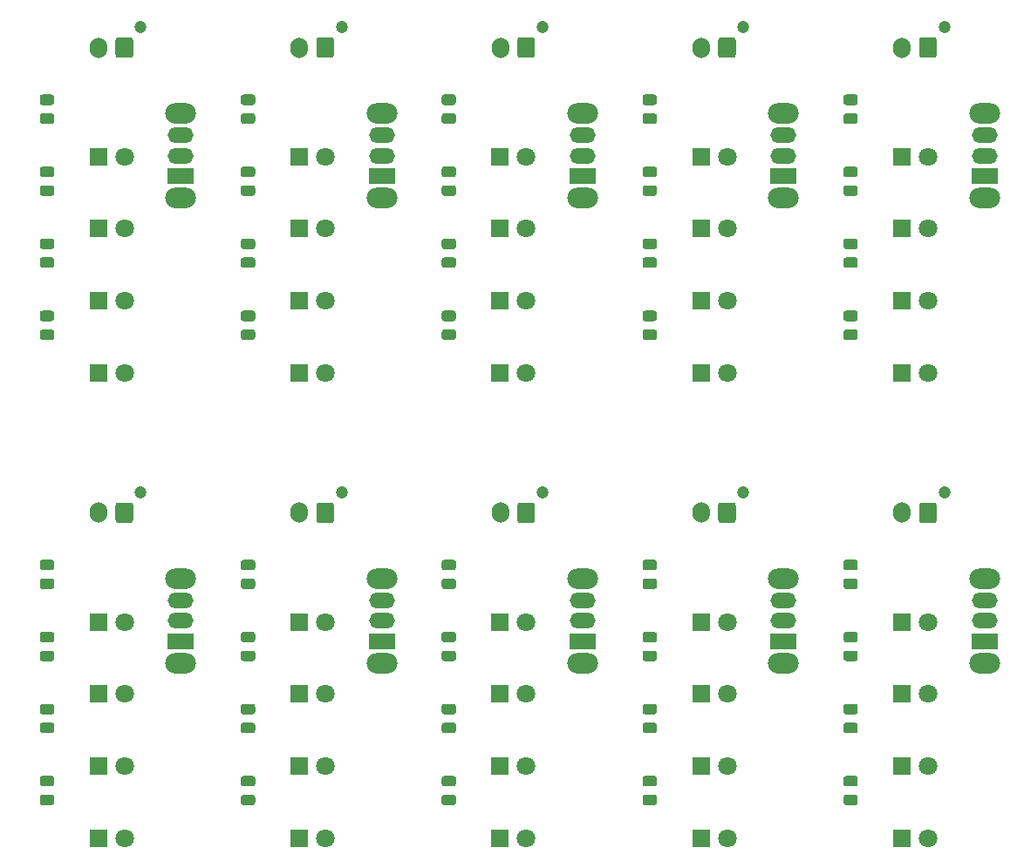
<source format=gbr>
%TF.GenerationSoftware,KiCad,Pcbnew,(5.1.9)-1*%
%TF.CreationDate,2022-04-08T02:00:15+08:00*%
%TF.ProjectId,LED_panelize,4c45445f-7061-46e6-956c-697a652e6b69,rev?*%
%TF.SameCoordinates,Original*%
%TF.FileFunction,Soldermask,Top*%
%TF.FilePolarity,Negative*%
%FSLAX46Y46*%
G04 Gerber Fmt 4.6, Leading zero omitted, Abs format (unit mm)*
G04 Created by KiCad (PCBNEW (5.1.9)-1) date 2022-04-08 02:00:15*
%MOMM*%
%LPD*%
G01*
G04 APERTURE LIST*
%ADD10R,1.800000X1.800000*%
%ADD11C,1.800000*%
%ADD12O,1.700000X2.000000*%
%ADD13C,1.200000*%
%ADD14R,2.500000X1.500000*%
%ADD15O,2.500000X1.500000*%
%ADD16O,3.000000X2.000000*%
G04 APERTURE END LIST*
D10*
%TO.C,D4*%
X174775000Y-135000000D03*
D11*
X177315000Y-135000000D03*
%TD*%
D10*
%TO.C,D4*%
X155275000Y-135000000D03*
D11*
X157815000Y-135000000D03*
%TD*%
D10*
%TO.C,D4*%
X135775000Y-135000000D03*
D11*
X138315000Y-135000000D03*
%TD*%
D10*
%TO.C,D4*%
X116275000Y-135000000D03*
D11*
X118815000Y-135000000D03*
%TD*%
D10*
%TO.C,D4*%
X96775000Y-135000000D03*
D11*
X99315000Y-135000000D03*
%TD*%
D10*
%TO.C,D4*%
X174775000Y-89800000D03*
D11*
X177315000Y-89800000D03*
%TD*%
D10*
%TO.C,D4*%
X155275000Y-89800000D03*
D11*
X157815000Y-89800000D03*
%TD*%
D10*
%TO.C,D4*%
X135775000Y-89800000D03*
D11*
X138315000Y-89800000D03*
%TD*%
D10*
%TO.C,D4*%
X116275000Y-89800000D03*
D11*
X118815000Y-89800000D03*
%TD*%
%TO.C,R3*%
G36*
G01*
X169349998Y-114962500D02*
X170250002Y-114962500D01*
G75*
G02*
X170500000Y-115212498I0J-249998D01*
G01*
X170500000Y-115737502D01*
G75*
G02*
X170250002Y-115987500I-249998J0D01*
G01*
X169349998Y-115987500D01*
G75*
G02*
X169100000Y-115737502I0J249998D01*
G01*
X169100000Y-115212498D01*
G75*
G02*
X169349998Y-114962500I249998J0D01*
G01*
G37*
G36*
G01*
X169349998Y-116787500D02*
X170250002Y-116787500D01*
G75*
G02*
X170500000Y-117037498I0J-249998D01*
G01*
X170500000Y-117562502D01*
G75*
G02*
X170250002Y-117812500I-249998J0D01*
G01*
X169349998Y-117812500D01*
G75*
G02*
X169100000Y-117562502I0J249998D01*
G01*
X169100000Y-117037498D01*
G75*
G02*
X169349998Y-116787500I249998J0D01*
G01*
G37*
%TD*%
%TO.C,R3*%
G36*
G01*
X149849998Y-114962500D02*
X150750002Y-114962500D01*
G75*
G02*
X151000000Y-115212498I0J-249998D01*
G01*
X151000000Y-115737502D01*
G75*
G02*
X150750002Y-115987500I-249998J0D01*
G01*
X149849998Y-115987500D01*
G75*
G02*
X149600000Y-115737502I0J249998D01*
G01*
X149600000Y-115212498D01*
G75*
G02*
X149849998Y-114962500I249998J0D01*
G01*
G37*
G36*
G01*
X149849998Y-116787500D02*
X150750002Y-116787500D01*
G75*
G02*
X151000000Y-117037498I0J-249998D01*
G01*
X151000000Y-117562502D01*
G75*
G02*
X150750002Y-117812500I-249998J0D01*
G01*
X149849998Y-117812500D01*
G75*
G02*
X149600000Y-117562502I0J249998D01*
G01*
X149600000Y-117037498D01*
G75*
G02*
X149849998Y-116787500I249998J0D01*
G01*
G37*
%TD*%
%TO.C,R3*%
G36*
G01*
X130349998Y-114962500D02*
X131250002Y-114962500D01*
G75*
G02*
X131500000Y-115212498I0J-249998D01*
G01*
X131500000Y-115737502D01*
G75*
G02*
X131250002Y-115987500I-249998J0D01*
G01*
X130349998Y-115987500D01*
G75*
G02*
X130100000Y-115737502I0J249998D01*
G01*
X130100000Y-115212498D01*
G75*
G02*
X130349998Y-114962500I249998J0D01*
G01*
G37*
G36*
G01*
X130349998Y-116787500D02*
X131250002Y-116787500D01*
G75*
G02*
X131500000Y-117037498I0J-249998D01*
G01*
X131500000Y-117562502D01*
G75*
G02*
X131250002Y-117812500I-249998J0D01*
G01*
X130349998Y-117812500D01*
G75*
G02*
X130100000Y-117562502I0J249998D01*
G01*
X130100000Y-117037498D01*
G75*
G02*
X130349998Y-116787500I249998J0D01*
G01*
G37*
%TD*%
%TO.C,R3*%
G36*
G01*
X110849998Y-114962500D02*
X111750002Y-114962500D01*
G75*
G02*
X112000000Y-115212498I0J-249998D01*
G01*
X112000000Y-115737502D01*
G75*
G02*
X111750002Y-115987500I-249998J0D01*
G01*
X110849998Y-115987500D01*
G75*
G02*
X110600000Y-115737502I0J249998D01*
G01*
X110600000Y-115212498D01*
G75*
G02*
X110849998Y-114962500I249998J0D01*
G01*
G37*
G36*
G01*
X110849998Y-116787500D02*
X111750002Y-116787500D01*
G75*
G02*
X112000000Y-117037498I0J-249998D01*
G01*
X112000000Y-117562502D01*
G75*
G02*
X111750002Y-117812500I-249998J0D01*
G01*
X110849998Y-117812500D01*
G75*
G02*
X110600000Y-117562502I0J249998D01*
G01*
X110600000Y-117037498D01*
G75*
G02*
X110849998Y-116787500I249998J0D01*
G01*
G37*
%TD*%
%TO.C,R3*%
G36*
G01*
X91349998Y-114962500D02*
X92250002Y-114962500D01*
G75*
G02*
X92500000Y-115212498I0J-249998D01*
G01*
X92500000Y-115737502D01*
G75*
G02*
X92250002Y-115987500I-249998J0D01*
G01*
X91349998Y-115987500D01*
G75*
G02*
X91100000Y-115737502I0J249998D01*
G01*
X91100000Y-115212498D01*
G75*
G02*
X91349998Y-114962500I249998J0D01*
G01*
G37*
G36*
G01*
X91349998Y-116787500D02*
X92250002Y-116787500D01*
G75*
G02*
X92500000Y-117037498I0J-249998D01*
G01*
X92500000Y-117562502D01*
G75*
G02*
X92250002Y-117812500I-249998J0D01*
G01*
X91349998Y-117812500D01*
G75*
G02*
X91100000Y-117562502I0J249998D01*
G01*
X91100000Y-117037498D01*
G75*
G02*
X91349998Y-116787500I249998J0D01*
G01*
G37*
%TD*%
%TO.C,R3*%
G36*
G01*
X169349998Y-69762500D02*
X170250002Y-69762500D01*
G75*
G02*
X170500000Y-70012498I0J-249998D01*
G01*
X170500000Y-70537502D01*
G75*
G02*
X170250002Y-70787500I-249998J0D01*
G01*
X169349998Y-70787500D01*
G75*
G02*
X169100000Y-70537502I0J249998D01*
G01*
X169100000Y-70012498D01*
G75*
G02*
X169349998Y-69762500I249998J0D01*
G01*
G37*
G36*
G01*
X169349998Y-71587500D02*
X170250002Y-71587500D01*
G75*
G02*
X170500000Y-71837498I0J-249998D01*
G01*
X170500000Y-72362502D01*
G75*
G02*
X170250002Y-72612500I-249998J0D01*
G01*
X169349998Y-72612500D01*
G75*
G02*
X169100000Y-72362502I0J249998D01*
G01*
X169100000Y-71837498D01*
G75*
G02*
X169349998Y-71587500I249998J0D01*
G01*
G37*
%TD*%
%TO.C,R3*%
G36*
G01*
X149849998Y-69762500D02*
X150750002Y-69762500D01*
G75*
G02*
X151000000Y-70012498I0J-249998D01*
G01*
X151000000Y-70537502D01*
G75*
G02*
X150750002Y-70787500I-249998J0D01*
G01*
X149849998Y-70787500D01*
G75*
G02*
X149600000Y-70537502I0J249998D01*
G01*
X149600000Y-70012498D01*
G75*
G02*
X149849998Y-69762500I249998J0D01*
G01*
G37*
G36*
G01*
X149849998Y-71587500D02*
X150750002Y-71587500D01*
G75*
G02*
X151000000Y-71837498I0J-249998D01*
G01*
X151000000Y-72362502D01*
G75*
G02*
X150750002Y-72612500I-249998J0D01*
G01*
X149849998Y-72612500D01*
G75*
G02*
X149600000Y-72362502I0J249998D01*
G01*
X149600000Y-71837498D01*
G75*
G02*
X149849998Y-71587500I249998J0D01*
G01*
G37*
%TD*%
%TO.C,R3*%
G36*
G01*
X130349998Y-69762500D02*
X131250002Y-69762500D01*
G75*
G02*
X131500000Y-70012498I0J-249998D01*
G01*
X131500000Y-70537502D01*
G75*
G02*
X131250002Y-70787500I-249998J0D01*
G01*
X130349998Y-70787500D01*
G75*
G02*
X130100000Y-70537502I0J249998D01*
G01*
X130100000Y-70012498D01*
G75*
G02*
X130349998Y-69762500I249998J0D01*
G01*
G37*
G36*
G01*
X130349998Y-71587500D02*
X131250002Y-71587500D01*
G75*
G02*
X131500000Y-71837498I0J-249998D01*
G01*
X131500000Y-72362502D01*
G75*
G02*
X131250002Y-72612500I-249998J0D01*
G01*
X130349998Y-72612500D01*
G75*
G02*
X130100000Y-72362502I0J249998D01*
G01*
X130100000Y-71837498D01*
G75*
G02*
X130349998Y-71587500I249998J0D01*
G01*
G37*
%TD*%
%TO.C,R3*%
G36*
G01*
X110849998Y-69762500D02*
X111750002Y-69762500D01*
G75*
G02*
X112000000Y-70012498I0J-249998D01*
G01*
X112000000Y-70537502D01*
G75*
G02*
X111750002Y-70787500I-249998J0D01*
G01*
X110849998Y-70787500D01*
G75*
G02*
X110600000Y-70537502I0J249998D01*
G01*
X110600000Y-70012498D01*
G75*
G02*
X110849998Y-69762500I249998J0D01*
G01*
G37*
G36*
G01*
X110849998Y-71587500D02*
X111750002Y-71587500D01*
G75*
G02*
X112000000Y-71837498I0J-249998D01*
G01*
X112000000Y-72362502D01*
G75*
G02*
X111750002Y-72612500I-249998J0D01*
G01*
X110849998Y-72612500D01*
G75*
G02*
X110600000Y-72362502I0J249998D01*
G01*
X110600000Y-71837498D01*
G75*
G02*
X110849998Y-71587500I249998J0D01*
G01*
G37*
%TD*%
%TO.C,R4*%
G36*
G01*
X169349999Y-128962500D02*
X170250001Y-128962500D01*
G75*
G02*
X170500000Y-129212499I0J-249999D01*
G01*
X170500000Y-129737501D01*
G75*
G02*
X170250001Y-129987500I-249999J0D01*
G01*
X169349999Y-129987500D01*
G75*
G02*
X169100000Y-129737501I0J249999D01*
G01*
X169100000Y-129212499D01*
G75*
G02*
X169349999Y-128962500I249999J0D01*
G01*
G37*
G36*
G01*
X169349999Y-130787500D02*
X170250001Y-130787500D01*
G75*
G02*
X170500000Y-131037499I0J-249999D01*
G01*
X170500000Y-131562501D01*
G75*
G02*
X170250001Y-131812500I-249999J0D01*
G01*
X169349999Y-131812500D01*
G75*
G02*
X169100000Y-131562501I0J249999D01*
G01*
X169100000Y-131037499D01*
G75*
G02*
X169349999Y-130787500I249999J0D01*
G01*
G37*
%TD*%
%TO.C,R4*%
G36*
G01*
X149849999Y-128962500D02*
X150750001Y-128962500D01*
G75*
G02*
X151000000Y-129212499I0J-249999D01*
G01*
X151000000Y-129737501D01*
G75*
G02*
X150750001Y-129987500I-249999J0D01*
G01*
X149849999Y-129987500D01*
G75*
G02*
X149600000Y-129737501I0J249999D01*
G01*
X149600000Y-129212499D01*
G75*
G02*
X149849999Y-128962500I249999J0D01*
G01*
G37*
G36*
G01*
X149849999Y-130787500D02*
X150750001Y-130787500D01*
G75*
G02*
X151000000Y-131037499I0J-249999D01*
G01*
X151000000Y-131562501D01*
G75*
G02*
X150750001Y-131812500I-249999J0D01*
G01*
X149849999Y-131812500D01*
G75*
G02*
X149600000Y-131562501I0J249999D01*
G01*
X149600000Y-131037499D01*
G75*
G02*
X149849999Y-130787500I249999J0D01*
G01*
G37*
%TD*%
%TO.C,R4*%
G36*
G01*
X130349999Y-128962500D02*
X131250001Y-128962500D01*
G75*
G02*
X131500000Y-129212499I0J-249999D01*
G01*
X131500000Y-129737501D01*
G75*
G02*
X131250001Y-129987500I-249999J0D01*
G01*
X130349999Y-129987500D01*
G75*
G02*
X130100000Y-129737501I0J249999D01*
G01*
X130100000Y-129212499D01*
G75*
G02*
X130349999Y-128962500I249999J0D01*
G01*
G37*
G36*
G01*
X130349999Y-130787500D02*
X131250001Y-130787500D01*
G75*
G02*
X131500000Y-131037499I0J-249999D01*
G01*
X131500000Y-131562501D01*
G75*
G02*
X131250001Y-131812500I-249999J0D01*
G01*
X130349999Y-131812500D01*
G75*
G02*
X130100000Y-131562501I0J249999D01*
G01*
X130100000Y-131037499D01*
G75*
G02*
X130349999Y-130787500I249999J0D01*
G01*
G37*
%TD*%
%TO.C,R4*%
G36*
G01*
X110849999Y-128962500D02*
X111750001Y-128962500D01*
G75*
G02*
X112000000Y-129212499I0J-249999D01*
G01*
X112000000Y-129737501D01*
G75*
G02*
X111750001Y-129987500I-249999J0D01*
G01*
X110849999Y-129987500D01*
G75*
G02*
X110600000Y-129737501I0J249999D01*
G01*
X110600000Y-129212499D01*
G75*
G02*
X110849999Y-128962500I249999J0D01*
G01*
G37*
G36*
G01*
X110849999Y-130787500D02*
X111750001Y-130787500D01*
G75*
G02*
X112000000Y-131037499I0J-249999D01*
G01*
X112000000Y-131562501D01*
G75*
G02*
X111750001Y-131812500I-249999J0D01*
G01*
X110849999Y-131812500D01*
G75*
G02*
X110600000Y-131562501I0J249999D01*
G01*
X110600000Y-131037499D01*
G75*
G02*
X110849999Y-130787500I249999J0D01*
G01*
G37*
%TD*%
%TO.C,R4*%
G36*
G01*
X91349999Y-128962500D02*
X92250001Y-128962500D01*
G75*
G02*
X92500000Y-129212499I0J-249999D01*
G01*
X92500000Y-129737501D01*
G75*
G02*
X92250001Y-129987500I-249999J0D01*
G01*
X91349999Y-129987500D01*
G75*
G02*
X91100000Y-129737501I0J249999D01*
G01*
X91100000Y-129212499D01*
G75*
G02*
X91349999Y-128962500I249999J0D01*
G01*
G37*
G36*
G01*
X91349999Y-130787500D02*
X92250001Y-130787500D01*
G75*
G02*
X92500000Y-131037499I0J-249999D01*
G01*
X92500000Y-131562501D01*
G75*
G02*
X92250001Y-131812500I-249999J0D01*
G01*
X91349999Y-131812500D01*
G75*
G02*
X91100000Y-131562501I0J249999D01*
G01*
X91100000Y-131037499D01*
G75*
G02*
X91349999Y-130787500I249999J0D01*
G01*
G37*
%TD*%
%TO.C,R4*%
G36*
G01*
X169349999Y-83762500D02*
X170250001Y-83762500D01*
G75*
G02*
X170500000Y-84012499I0J-249999D01*
G01*
X170500000Y-84537501D01*
G75*
G02*
X170250001Y-84787500I-249999J0D01*
G01*
X169349999Y-84787500D01*
G75*
G02*
X169100000Y-84537501I0J249999D01*
G01*
X169100000Y-84012499D01*
G75*
G02*
X169349999Y-83762500I249999J0D01*
G01*
G37*
G36*
G01*
X169349999Y-85587500D02*
X170250001Y-85587500D01*
G75*
G02*
X170500000Y-85837499I0J-249999D01*
G01*
X170500000Y-86362501D01*
G75*
G02*
X170250001Y-86612500I-249999J0D01*
G01*
X169349999Y-86612500D01*
G75*
G02*
X169100000Y-86362501I0J249999D01*
G01*
X169100000Y-85837499D01*
G75*
G02*
X169349999Y-85587500I249999J0D01*
G01*
G37*
%TD*%
%TO.C,R4*%
G36*
G01*
X149849999Y-83762500D02*
X150750001Y-83762500D01*
G75*
G02*
X151000000Y-84012499I0J-249999D01*
G01*
X151000000Y-84537501D01*
G75*
G02*
X150750001Y-84787500I-249999J0D01*
G01*
X149849999Y-84787500D01*
G75*
G02*
X149600000Y-84537501I0J249999D01*
G01*
X149600000Y-84012499D01*
G75*
G02*
X149849999Y-83762500I249999J0D01*
G01*
G37*
G36*
G01*
X149849999Y-85587500D02*
X150750001Y-85587500D01*
G75*
G02*
X151000000Y-85837499I0J-249999D01*
G01*
X151000000Y-86362501D01*
G75*
G02*
X150750001Y-86612500I-249999J0D01*
G01*
X149849999Y-86612500D01*
G75*
G02*
X149600000Y-86362501I0J249999D01*
G01*
X149600000Y-85837499D01*
G75*
G02*
X149849999Y-85587500I249999J0D01*
G01*
G37*
%TD*%
%TO.C,R4*%
G36*
G01*
X130349999Y-83762500D02*
X131250001Y-83762500D01*
G75*
G02*
X131500000Y-84012499I0J-249999D01*
G01*
X131500000Y-84537501D01*
G75*
G02*
X131250001Y-84787500I-249999J0D01*
G01*
X130349999Y-84787500D01*
G75*
G02*
X130100000Y-84537501I0J249999D01*
G01*
X130100000Y-84012499D01*
G75*
G02*
X130349999Y-83762500I249999J0D01*
G01*
G37*
G36*
G01*
X130349999Y-85587500D02*
X131250001Y-85587500D01*
G75*
G02*
X131500000Y-85837499I0J-249999D01*
G01*
X131500000Y-86362501D01*
G75*
G02*
X131250001Y-86612500I-249999J0D01*
G01*
X130349999Y-86612500D01*
G75*
G02*
X130100000Y-86362501I0J249999D01*
G01*
X130100000Y-85837499D01*
G75*
G02*
X130349999Y-85587500I249999J0D01*
G01*
G37*
%TD*%
%TO.C,R4*%
G36*
G01*
X110849999Y-83762500D02*
X111750001Y-83762500D01*
G75*
G02*
X112000000Y-84012499I0J-249999D01*
G01*
X112000000Y-84537501D01*
G75*
G02*
X111750001Y-84787500I-249999J0D01*
G01*
X110849999Y-84787500D01*
G75*
G02*
X110600000Y-84537501I0J249999D01*
G01*
X110600000Y-84012499D01*
G75*
G02*
X110849999Y-83762500I249999J0D01*
G01*
G37*
G36*
G01*
X110849999Y-85587500D02*
X111750001Y-85587500D01*
G75*
G02*
X112000000Y-85837499I0J-249999D01*
G01*
X112000000Y-86362501D01*
G75*
G02*
X111750001Y-86612500I-249999J0D01*
G01*
X110849999Y-86612500D01*
G75*
G02*
X110600000Y-86362501I0J249999D01*
G01*
X110600000Y-85837499D01*
G75*
G02*
X110849999Y-85587500I249999J0D01*
G01*
G37*
%TD*%
D10*
%TO.C,D2*%
X174775000Y-128000000D03*
D11*
X177315000Y-128000000D03*
%TD*%
D10*
%TO.C,D2*%
X155275000Y-128000000D03*
D11*
X157815000Y-128000000D03*
%TD*%
D10*
%TO.C,D2*%
X135775000Y-128000000D03*
D11*
X138315000Y-128000000D03*
%TD*%
D10*
%TO.C,D2*%
X116275000Y-128000000D03*
D11*
X118815000Y-128000000D03*
%TD*%
D10*
%TO.C,D2*%
X96775000Y-128000000D03*
D11*
X99315000Y-128000000D03*
%TD*%
D10*
%TO.C,D2*%
X174775000Y-82800000D03*
D11*
X177315000Y-82800000D03*
%TD*%
D10*
%TO.C,D2*%
X155275000Y-82800000D03*
D11*
X157815000Y-82800000D03*
%TD*%
D10*
%TO.C,D2*%
X135775000Y-82800000D03*
D11*
X138315000Y-82800000D03*
%TD*%
D10*
%TO.C,D2*%
X116275000Y-82800000D03*
D11*
X118815000Y-82800000D03*
%TD*%
D10*
%TO.C,D1*%
X174775000Y-114000000D03*
D11*
X177315000Y-114000000D03*
%TD*%
D10*
%TO.C,D1*%
X155275000Y-114000000D03*
D11*
X157815000Y-114000000D03*
%TD*%
D10*
%TO.C,D1*%
X135775000Y-114000000D03*
D11*
X138315000Y-114000000D03*
%TD*%
D10*
%TO.C,D1*%
X116275000Y-114000000D03*
D11*
X118815000Y-114000000D03*
%TD*%
D10*
%TO.C,D1*%
X96775000Y-114000000D03*
D11*
X99315000Y-114000000D03*
%TD*%
D10*
%TO.C,D1*%
X174775000Y-68800000D03*
D11*
X177315000Y-68800000D03*
%TD*%
D10*
%TO.C,D1*%
X155275000Y-68800000D03*
D11*
X157815000Y-68800000D03*
%TD*%
D10*
%TO.C,D1*%
X135775000Y-68800000D03*
D11*
X138315000Y-68800000D03*
%TD*%
D10*
%TO.C,D1*%
X116275000Y-68800000D03*
D11*
X118815000Y-68800000D03*
%TD*%
%TO.C,R2*%
G36*
G01*
X169349998Y-121962500D02*
X170250002Y-121962500D01*
G75*
G02*
X170500000Y-122212498I0J-249998D01*
G01*
X170500000Y-122737502D01*
G75*
G02*
X170250002Y-122987500I-249998J0D01*
G01*
X169349998Y-122987500D01*
G75*
G02*
X169100000Y-122737502I0J249998D01*
G01*
X169100000Y-122212498D01*
G75*
G02*
X169349998Y-121962500I249998J0D01*
G01*
G37*
G36*
G01*
X169349998Y-123787500D02*
X170250002Y-123787500D01*
G75*
G02*
X170500000Y-124037498I0J-249998D01*
G01*
X170500000Y-124562502D01*
G75*
G02*
X170250002Y-124812500I-249998J0D01*
G01*
X169349998Y-124812500D01*
G75*
G02*
X169100000Y-124562502I0J249998D01*
G01*
X169100000Y-124037498D01*
G75*
G02*
X169349998Y-123787500I249998J0D01*
G01*
G37*
%TD*%
%TO.C,R2*%
G36*
G01*
X149849998Y-121962500D02*
X150750002Y-121962500D01*
G75*
G02*
X151000000Y-122212498I0J-249998D01*
G01*
X151000000Y-122737502D01*
G75*
G02*
X150750002Y-122987500I-249998J0D01*
G01*
X149849998Y-122987500D01*
G75*
G02*
X149600000Y-122737502I0J249998D01*
G01*
X149600000Y-122212498D01*
G75*
G02*
X149849998Y-121962500I249998J0D01*
G01*
G37*
G36*
G01*
X149849998Y-123787500D02*
X150750002Y-123787500D01*
G75*
G02*
X151000000Y-124037498I0J-249998D01*
G01*
X151000000Y-124562502D01*
G75*
G02*
X150750002Y-124812500I-249998J0D01*
G01*
X149849998Y-124812500D01*
G75*
G02*
X149600000Y-124562502I0J249998D01*
G01*
X149600000Y-124037498D01*
G75*
G02*
X149849998Y-123787500I249998J0D01*
G01*
G37*
%TD*%
%TO.C,R2*%
G36*
G01*
X130349998Y-121962500D02*
X131250002Y-121962500D01*
G75*
G02*
X131500000Y-122212498I0J-249998D01*
G01*
X131500000Y-122737502D01*
G75*
G02*
X131250002Y-122987500I-249998J0D01*
G01*
X130349998Y-122987500D01*
G75*
G02*
X130100000Y-122737502I0J249998D01*
G01*
X130100000Y-122212498D01*
G75*
G02*
X130349998Y-121962500I249998J0D01*
G01*
G37*
G36*
G01*
X130349998Y-123787500D02*
X131250002Y-123787500D01*
G75*
G02*
X131500000Y-124037498I0J-249998D01*
G01*
X131500000Y-124562502D01*
G75*
G02*
X131250002Y-124812500I-249998J0D01*
G01*
X130349998Y-124812500D01*
G75*
G02*
X130100000Y-124562502I0J249998D01*
G01*
X130100000Y-124037498D01*
G75*
G02*
X130349998Y-123787500I249998J0D01*
G01*
G37*
%TD*%
%TO.C,R2*%
G36*
G01*
X110849998Y-121962500D02*
X111750002Y-121962500D01*
G75*
G02*
X112000000Y-122212498I0J-249998D01*
G01*
X112000000Y-122737502D01*
G75*
G02*
X111750002Y-122987500I-249998J0D01*
G01*
X110849998Y-122987500D01*
G75*
G02*
X110600000Y-122737502I0J249998D01*
G01*
X110600000Y-122212498D01*
G75*
G02*
X110849998Y-121962500I249998J0D01*
G01*
G37*
G36*
G01*
X110849998Y-123787500D02*
X111750002Y-123787500D01*
G75*
G02*
X112000000Y-124037498I0J-249998D01*
G01*
X112000000Y-124562502D01*
G75*
G02*
X111750002Y-124812500I-249998J0D01*
G01*
X110849998Y-124812500D01*
G75*
G02*
X110600000Y-124562502I0J249998D01*
G01*
X110600000Y-124037498D01*
G75*
G02*
X110849998Y-123787500I249998J0D01*
G01*
G37*
%TD*%
%TO.C,R2*%
G36*
G01*
X91349998Y-121962500D02*
X92250002Y-121962500D01*
G75*
G02*
X92500000Y-122212498I0J-249998D01*
G01*
X92500000Y-122737502D01*
G75*
G02*
X92250002Y-122987500I-249998J0D01*
G01*
X91349998Y-122987500D01*
G75*
G02*
X91100000Y-122737502I0J249998D01*
G01*
X91100000Y-122212498D01*
G75*
G02*
X91349998Y-121962500I249998J0D01*
G01*
G37*
G36*
G01*
X91349998Y-123787500D02*
X92250002Y-123787500D01*
G75*
G02*
X92500000Y-124037498I0J-249998D01*
G01*
X92500000Y-124562502D01*
G75*
G02*
X92250002Y-124812500I-249998J0D01*
G01*
X91349998Y-124812500D01*
G75*
G02*
X91100000Y-124562502I0J249998D01*
G01*
X91100000Y-124037498D01*
G75*
G02*
X91349998Y-123787500I249998J0D01*
G01*
G37*
%TD*%
%TO.C,R2*%
G36*
G01*
X169349998Y-76762500D02*
X170250002Y-76762500D01*
G75*
G02*
X170500000Y-77012498I0J-249998D01*
G01*
X170500000Y-77537502D01*
G75*
G02*
X170250002Y-77787500I-249998J0D01*
G01*
X169349998Y-77787500D01*
G75*
G02*
X169100000Y-77537502I0J249998D01*
G01*
X169100000Y-77012498D01*
G75*
G02*
X169349998Y-76762500I249998J0D01*
G01*
G37*
G36*
G01*
X169349998Y-78587500D02*
X170250002Y-78587500D01*
G75*
G02*
X170500000Y-78837498I0J-249998D01*
G01*
X170500000Y-79362502D01*
G75*
G02*
X170250002Y-79612500I-249998J0D01*
G01*
X169349998Y-79612500D01*
G75*
G02*
X169100000Y-79362502I0J249998D01*
G01*
X169100000Y-78837498D01*
G75*
G02*
X169349998Y-78587500I249998J0D01*
G01*
G37*
%TD*%
%TO.C,R2*%
G36*
G01*
X149849998Y-76762500D02*
X150750002Y-76762500D01*
G75*
G02*
X151000000Y-77012498I0J-249998D01*
G01*
X151000000Y-77537502D01*
G75*
G02*
X150750002Y-77787500I-249998J0D01*
G01*
X149849998Y-77787500D01*
G75*
G02*
X149600000Y-77537502I0J249998D01*
G01*
X149600000Y-77012498D01*
G75*
G02*
X149849998Y-76762500I249998J0D01*
G01*
G37*
G36*
G01*
X149849998Y-78587500D02*
X150750002Y-78587500D01*
G75*
G02*
X151000000Y-78837498I0J-249998D01*
G01*
X151000000Y-79362502D01*
G75*
G02*
X150750002Y-79612500I-249998J0D01*
G01*
X149849998Y-79612500D01*
G75*
G02*
X149600000Y-79362502I0J249998D01*
G01*
X149600000Y-78837498D01*
G75*
G02*
X149849998Y-78587500I249998J0D01*
G01*
G37*
%TD*%
%TO.C,R2*%
G36*
G01*
X130349998Y-76762500D02*
X131250002Y-76762500D01*
G75*
G02*
X131500000Y-77012498I0J-249998D01*
G01*
X131500000Y-77537502D01*
G75*
G02*
X131250002Y-77787500I-249998J0D01*
G01*
X130349998Y-77787500D01*
G75*
G02*
X130100000Y-77537502I0J249998D01*
G01*
X130100000Y-77012498D01*
G75*
G02*
X130349998Y-76762500I249998J0D01*
G01*
G37*
G36*
G01*
X130349998Y-78587500D02*
X131250002Y-78587500D01*
G75*
G02*
X131500000Y-78837498I0J-249998D01*
G01*
X131500000Y-79362502D01*
G75*
G02*
X131250002Y-79612500I-249998J0D01*
G01*
X130349998Y-79612500D01*
G75*
G02*
X130100000Y-79362502I0J249998D01*
G01*
X130100000Y-78837498D01*
G75*
G02*
X130349998Y-78587500I249998J0D01*
G01*
G37*
%TD*%
%TO.C,R2*%
G36*
G01*
X110849998Y-76762500D02*
X111750002Y-76762500D01*
G75*
G02*
X112000000Y-77012498I0J-249998D01*
G01*
X112000000Y-77537502D01*
G75*
G02*
X111750002Y-77787500I-249998J0D01*
G01*
X110849998Y-77787500D01*
G75*
G02*
X110600000Y-77537502I0J249998D01*
G01*
X110600000Y-77012498D01*
G75*
G02*
X110849998Y-76762500I249998J0D01*
G01*
G37*
G36*
G01*
X110849998Y-78587500D02*
X111750002Y-78587500D01*
G75*
G02*
X112000000Y-78837498I0J-249998D01*
G01*
X112000000Y-79362502D01*
G75*
G02*
X111750002Y-79612500I-249998J0D01*
G01*
X110849998Y-79612500D01*
G75*
G02*
X110600000Y-79362502I0J249998D01*
G01*
X110600000Y-78837498D01*
G75*
G02*
X110849998Y-78587500I249998J0D01*
G01*
G37*
%TD*%
D10*
%TO.C,D3*%
X174775000Y-121000000D03*
D11*
X177315000Y-121000000D03*
%TD*%
D10*
%TO.C,D3*%
X155275000Y-121000000D03*
D11*
X157815000Y-121000000D03*
%TD*%
D10*
%TO.C,D3*%
X135775000Y-121000000D03*
D11*
X138315000Y-121000000D03*
%TD*%
D10*
%TO.C,D3*%
X116275000Y-121000000D03*
D11*
X118815000Y-121000000D03*
%TD*%
D10*
%TO.C,D3*%
X96775000Y-121000000D03*
D11*
X99315000Y-121000000D03*
%TD*%
D10*
%TO.C,D3*%
X174775000Y-75800000D03*
D11*
X177315000Y-75800000D03*
%TD*%
D10*
%TO.C,D3*%
X155275000Y-75800000D03*
D11*
X157815000Y-75800000D03*
%TD*%
D10*
%TO.C,D3*%
X135775000Y-75800000D03*
D11*
X138315000Y-75800000D03*
%TD*%
D10*
%TO.C,D3*%
X116275000Y-75800000D03*
D11*
X118815000Y-75800000D03*
%TD*%
%TO.C,J1*%
G36*
G01*
X178150000Y-102650000D02*
X178150000Y-104150000D01*
G75*
G02*
X177900000Y-104400000I-250000J0D01*
G01*
X176700000Y-104400000D01*
G75*
G02*
X176450000Y-104150000I0J250000D01*
G01*
X176450000Y-102650000D01*
G75*
G02*
X176700000Y-102400000I250000J0D01*
G01*
X177900000Y-102400000D01*
G75*
G02*
X178150000Y-102650000I0J-250000D01*
G01*
G37*
D12*
X174800000Y-103400000D03*
D13*
X178900000Y-101400000D03*
%TD*%
%TO.C,J1*%
G36*
G01*
X158650000Y-102650000D02*
X158650000Y-104150000D01*
G75*
G02*
X158400000Y-104400000I-250000J0D01*
G01*
X157200000Y-104400000D01*
G75*
G02*
X156950000Y-104150000I0J250000D01*
G01*
X156950000Y-102650000D01*
G75*
G02*
X157200000Y-102400000I250000J0D01*
G01*
X158400000Y-102400000D01*
G75*
G02*
X158650000Y-102650000I0J-250000D01*
G01*
G37*
D12*
X155300000Y-103400000D03*
D13*
X159400000Y-101400000D03*
%TD*%
%TO.C,J1*%
G36*
G01*
X139150000Y-102650000D02*
X139150000Y-104150000D01*
G75*
G02*
X138900000Y-104400000I-250000J0D01*
G01*
X137700000Y-104400000D01*
G75*
G02*
X137450000Y-104150000I0J250000D01*
G01*
X137450000Y-102650000D01*
G75*
G02*
X137700000Y-102400000I250000J0D01*
G01*
X138900000Y-102400000D01*
G75*
G02*
X139150000Y-102650000I0J-250000D01*
G01*
G37*
D12*
X135800000Y-103400000D03*
D13*
X139900000Y-101400000D03*
%TD*%
%TO.C,J1*%
G36*
G01*
X119650000Y-102650000D02*
X119650000Y-104150000D01*
G75*
G02*
X119400000Y-104400000I-250000J0D01*
G01*
X118200000Y-104400000D01*
G75*
G02*
X117950000Y-104150000I0J250000D01*
G01*
X117950000Y-102650000D01*
G75*
G02*
X118200000Y-102400000I250000J0D01*
G01*
X119400000Y-102400000D01*
G75*
G02*
X119650000Y-102650000I0J-250000D01*
G01*
G37*
D12*
X116300000Y-103400000D03*
D13*
X120400000Y-101400000D03*
%TD*%
%TO.C,J1*%
G36*
G01*
X100150000Y-102650000D02*
X100150000Y-104150000D01*
G75*
G02*
X99900000Y-104400000I-250000J0D01*
G01*
X98700000Y-104400000D01*
G75*
G02*
X98450000Y-104150000I0J250000D01*
G01*
X98450000Y-102650000D01*
G75*
G02*
X98700000Y-102400000I250000J0D01*
G01*
X99900000Y-102400000D01*
G75*
G02*
X100150000Y-102650000I0J-250000D01*
G01*
G37*
D12*
X96800000Y-103400000D03*
D13*
X100900000Y-101400000D03*
%TD*%
%TO.C,J1*%
G36*
G01*
X178150000Y-57450000D02*
X178150000Y-58950000D01*
G75*
G02*
X177900000Y-59200000I-250000J0D01*
G01*
X176700000Y-59200000D01*
G75*
G02*
X176450000Y-58950000I0J250000D01*
G01*
X176450000Y-57450000D01*
G75*
G02*
X176700000Y-57200000I250000J0D01*
G01*
X177900000Y-57200000D01*
G75*
G02*
X178150000Y-57450000I0J-250000D01*
G01*
G37*
D12*
X174800000Y-58200000D03*
D13*
X178900000Y-56200000D03*
%TD*%
%TO.C,J1*%
G36*
G01*
X158650000Y-57450000D02*
X158650000Y-58950000D01*
G75*
G02*
X158400000Y-59200000I-250000J0D01*
G01*
X157200000Y-59200000D01*
G75*
G02*
X156950000Y-58950000I0J250000D01*
G01*
X156950000Y-57450000D01*
G75*
G02*
X157200000Y-57200000I250000J0D01*
G01*
X158400000Y-57200000D01*
G75*
G02*
X158650000Y-57450000I0J-250000D01*
G01*
G37*
D12*
X155300000Y-58200000D03*
D13*
X159400000Y-56200000D03*
%TD*%
%TO.C,J1*%
G36*
G01*
X139150000Y-57450000D02*
X139150000Y-58950000D01*
G75*
G02*
X138900000Y-59200000I-250000J0D01*
G01*
X137700000Y-59200000D01*
G75*
G02*
X137450000Y-58950000I0J250000D01*
G01*
X137450000Y-57450000D01*
G75*
G02*
X137700000Y-57200000I250000J0D01*
G01*
X138900000Y-57200000D01*
G75*
G02*
X139150000Y-57450000I0J-250000D01*
G01*
G37*
D12*
X135800000Y-58200000D03*
D13*
X139900000Y-56200000D03*
%TD*%
%TO.C,J1*%
G36*
G01*
X119650000Y-57450000D02*
X119650000Y-58950000D01*
G75*
G02*
X119400000Y-59200000I-250000J0D01*
G01*
X118200000Y-59200000D01*
G75*
G02*
X117950000Y-58950000I0J250000D01*
G01*
X117950000Y-57450000D01*
G75*
G02*
X118200000Y-57200000I250000J0D01*
G01*
X119400000Y-57200000D01*
G75*
G02*
X119650000Y-57450000I0J-250000D01*
G01*
G37*
D12*
X116300000Y-58200000D03*
D13*
X120400000Y-56200000D03*
%TD*%
D14*
%TO.C,SW1*%
X182800000Y-115900000D03*
D15*
X182800000Y-113900000D03*
X182800000Y-111900000D03*
D16*
X182800000Y-118000000D03*
X182800000Y-109800000D03*
%TD*%
D14*
%TO.C,SW1*%
X163300000Y-115900000D03*
D15*
X163300000Y-113900000D03*
X163300000Y-111900000D03*
D16*
X163300000Y-118000000D03*
X163300000Y-109800000D03*
%TD*%
D14*
%TO.C,SW1*%
X143800000Y-115900000D03*
D15*
X143800000Y-113900000D03*
X143800000Y-111900000D03*
D16*
X143800000Y-118000000D03*
X143800000Y-109800000D03*
%TD*%
D14*
%TO.C,SW1*%
X124300000Y-115900000D03*
D15*
X124300000Y-113900000D03*
X124300000Y-111900000D03*
D16*
X124300000Y-118000000D03*
X124300000Y-109800000D03*
%TD*%
D14*
%TO.C,SW1*%
X104800000Y-115900000D03*
D15*
X104800000Y-113900000D03*
X104800000Y-111900000D03*
D16*
X104800000Y-118000000D03*
X104800000Y-109800000D03*
%TD*%
D14*
%TO.C,SW1*%
X182800000Y-70700000D03*
D15*
X182800000Y-68700000D03*
X182800000Y-66700000D03*
D16*
X182800000Y-72800000D03*
X182800000Y-64600000D03*
%TD*%
D14*
%TO.C,SW1*%
X163300000Y-70700000D03*
D15*
X163300000Y-68700000D03*
X163300000Y-66700000D03*
D16*
X163300000Y-72800000D03*
X163300000Y-64600000D03*
%TD*%
D14*
%TO.C,SW1*%
X143800000Y-70700000D03*
D15*
X143800000Y-68700000D03*
X143800000Y-66700000D03*
D16*
X143800000Y-72800000D03*
X143800000Y-64600000D03*
%TD*%
D14*
%TO.C,SW1*%
X124300000Y-70700000D03*
D15*
X124300000Y-68700000D03*
X124300000Y-66700000D03*
D16*
X124300000Y-72800000D03*
X124300000Y-64600000D03*
%TD*%
%TO.C,R1*%
G36*
G01*
X169349998Y-107962500D02*
X170250002Y-107962500D01*
G75*
G02*
X170500000Y-108212498I0J-249998D01*
G01*
X170500000Y-108737502D01*
G75*
G02*
X170250002Y-108987500I-249998J0D01*
G01*
X169349998Y-108987500D01*
G75*
G02*
X169100000Y-108737502I0J249998D01*
G01*
X169100000Y-108212498D01*
G75*
G02*
X169349998Y-107962500I249998J0D01*
G01*
G37*
G36*
G01*
X169349998Y-109787500D02*
X170250002Y-109787500D01*
G75*
G02*
X170500000Y-110037498I0J-249998D01*
G01*
X170500000Y-110562502D01*
G75*
G02*
X170250002Y-110812500I-249998J0D01*
G01*
X169349998Y-110812500D01*
G75*
G02*
X169100000Y-110562502I0J249998D01*
G01*
X169100000Y-110037498D01*
G75*
G02*
X169349998Y-109787500I249998J0D01*
G01*
G37*
%TD*%
%TO.C,R1*%
G36*
G01*
X149849998Y-107962500D02*
X150750002Y-107962500D01*
G75*
G02*
X151000000Y-108212498I0J-249998D01*
G01*
X151000000Y-108737502D01*
G75*
G02*
X150750002Y-108987500I-249998J0D01*
G01*
X149849998Y-108987500D01*
G75*
G02*
X149600000Y-108737502I0J249998D01*
G01*
X149600000Y-108212498D01*
G75*
G02*
X149849998Y-107962500I249998J0D01*
G01*
G37*
G36*
G01*
X149849998Y-109787500D02*
X150750002Y-109787500D01*
G75*
G02*
X151000000Y-110037498I0J-249998D01*
G01*
X151000000Y-110562502D01*
G75*
G02*
X150750002Y-110812500I-249998J0D01*
G01*
X149849998Y-110812500D01*
G75*
G02*
X149600000Y-110562502I0J249998D01*
G01*
X149600000Y-110037498D01*
G75*
G02*
X149849998Y-109787500I249998J0D01*
G01*
G37*
%TD*%
%TO.C,R1*%
G36*
G01*
X130349998Y-107962500D02*
X131250002Y-107962500D01*
G75*
G02*
X131500000Y-108212498I0J-249998D01*
G01*
X131500000Y-108737502D01*
G75*
G02*
X131250002Y-108987500I-249998J0D01*
G01*
X130349998Y-108987500D01*
G75*
G02*
X130100000Y-108737502I0J249998D01*
G01*
X130100000Y-108212498D01*
G75*
G02*
X130349998Y-107962500I249998J0D01*
G01*
G37*
G36*
G01*
X130349998Y-109787500D02*
X131250002Y-109787500D01*
G75*
G02*
X131500000Y-110037498I0J-249998D01*
G01*
X131500000Y-110562502D01*
G75*
G02*
X131250002Y-110812500I-249998J0D01*
G01*
X130349998Y-110812500D01*
G75*
G02*
X130100000Y-110562502I0J249998D01*
G01*
X130100000Y-110037498D01*
G75*
G02*
X130349998Y-109787500I249998J0D01*
G01*
G37*
%TD*%
%TO.C,R1*%
G36*
G01*
X110849998Y-107962500D02*
X111750002Y-107962500D01*
G75*
G02*
X112000000Y-108212498I0J-249998D01*
G01*
X112000000Y-108737502D01*
G75*
G02*
X111750002Y-108987500I-249998J0D01*
G01*
X110849998Y-108987500D01*
G75*
G02*
X110600000Y-108737502I0J249998D01*
G01*
X110600000Y-108212498D01*
G75*
G02*
X110849998Y-107962500I249998J0D01*
G01*
G37*
G36*
G01*
X110849998Y-109787500D02*
X111750002Y-109787500D01*
G75*
G02*
X112000000Y-110037498I0J-249998D01*
G01*
X112000000Y-110562502D01*
G75*
G02*
X111750002Y-110812500I-249998J0D01*
G01*
X110849998Y-110812500D01*
G75*
G02*
X110600000Y-110562502I0J249998D01*
G01*
X110600000Y-110037498D01*
G75*
G02*
X110849998Y-109787500I249998J0D01*
G01*
G37*
%TD*%
%TO.C,R1*%
G36*
G01*
X91349998Y-107962500D02*
X92250002Y-107962500D01*
G75*
G02*
X92500000Y-108212498I0J-249998D01*
G01*
X92500000Y-108737502D01*
G75*
G02*
X92250002Y-108987500I-249998J0D01*
G01*
X91349998Y-108987500D01*
G75*
G02*
X91100000Y-108737502I0J249998D01*
G01*
X91100000Y-108212498D01*
G75*
G02*
X91349998Y-107962500I249998J0D01*
G01*
G37*
G36*
G01*
X91349998Y-109787500D02*
X92250002Y-109787500D01*
G75*
G02*
X92500000Y-110037498I0J-249998D01*
G01*
X92500000Y-110562502D01*
G75*
G02*
X92250002Y-110812500I-249998J0D01*
G01*
X91349998Y-110812500D01*
G75*
G02*
X91100000Y-110562502I0J249998D01*
G01*
X91100000Y-110037498D01*
G75*
G02*
X91349998Y-109787500I249998J0D01*
G01*
G37*
%TD*%
%TO.C,R1*%
G36*
G01*
X169349998Y-62762500D02*
X170250002Y-62762500D01*
G75*
G02*
X170500000Y-63012498I0J-249998D01*
G01*
X170500000Y-63537502D01*
G75*
G02*
X170250002Y-63787500I-249998J0D01*
G01*
X169349998Y-63787500D01*
G75*
G02*
X169100000Y-63537502I0J249998D01*
G01*
X169100000Y-63012498D01*
G75*
G02*
X169349998Y-62762500I249998J0D01*
G01*
G37*
G36*
G01*
X169349998Y-64587500D02*
X170250002Y-64587500D01*
G75*
G02*
X170500000Y-64837498I0J-249998D01*
G01*
X170500000Y-65362502D01*
G75*
G02*
X170250002Y-65612500I-249998J0D01*
G01*
X169349998Y-65612500D01*
G75*
G02*
X169100000Y-65362502I0J249998D01*
G01*
X169100000Y-64837498D01*
G75*
G02*
X169349998Y-64587500I249998J0D01*
G01*
G37*
%TD*%
%TO.C,R1*%
G36*
G01*
X149849998Y-62762500D02*
X150750002Y-62762500D01*
G75*
G02*
X151000000Y-63012498I0J-249998D01*
G01*
X151000000Y-63537502D01*
G75*
G02*
X150750002Y-63787500I-249998J0D01*
G01*
X149849998Y-63787500D01*
G75*
G02*
X149600000Y-63537502I0J249998D01*
G01*
X149600000Y-63012498D01*
G75*
G02*
X149849998Y-62762500I249998J0D01*
G01*
G37*
G36*
G01*
X149849998Y-64587500D02*
X150750002Y-64587500D01*
G75*
G02*
X151000000Y-64837498I0J-249998D01*
G01*
X151000000Y-65362502D01*
G75*
G02*
X150750002Y-65612500I-249998J0D01*
G01*
X149849998Y-65612500D01*
G75*
G02*
X149600000Y-65362502I0J249998D01*
G01*
X149600000Y-64837498D01*
G75*
G02*
X149849998Y-64587500I249998J0D01*
G01*
G37*
%TD*%
%TO.C,R1*%
G36*
G01*
X130349998Y-62762500D02*
X131250002Y-62762500D01*
G75*
G02*
X131500000Y-63012498I0J-249998D01*
G01*
X131500000Y-63537502D01*
G75*
G02*
X131250002Y-63787500I-249998J0D01*
G01*
X130349998Y-63787500D01*
G75*
G02*
X130100000Y-63537502I0J249998D01*
G01*
X130100000Y-63012498D01*
G75*
G02*
X130349998Y-62762500I249998J0D01*
G01*
G37*
G36*
G01*
X130349998Y-64587500D02*
X131250002Y-64587500D01*
G75*
G02*
X131500000Y-64837498I0J-249998D01*
G01*
X131500000Y-65362502D01*
G75*
G02*
X131250002Y-65612500I-249998J0D01*
G01*
X130349998Y-65612500D01*
G75*
G02*
X130100000Y-65362502I0J249998D01*
G01*
X130100000Y-64837498D01*
G75*
G02*
X130349998Y-64587500I249998J0D01*
G01*
G37*
%TD*%
%TO.C,R1*%
G36*
G01*
X110849998Y-62762500D02*
X111750002Y-62762500D01*
G75*
G02*
X112000000Y-63012498I0J-249998D01*
G01*
X112000000Y-63537502D01*
G75*
G02*
X111750002Y-63787500I-249998J0D01*
G01*
X110849998Y-63787500D01*
G75*
G02*
X110600000Y-63537502I0J249998D01*
G01*
X110600000Y-63012498D01*
G75*
G02*
X110849998Y-62762500I249998J0D01*
G01*
G37*
G36*
G01*
X110849998Y-64587500D02*
X111750002Y-64587500D01*
G75*
G02*
X112000000Y-64837498I0J-249998D01*
G01*
X112000000Y-65362502D01*
G75*
G02*
X111750002Y-65612500I-249998J0D01*
G01*
X110849998Y-65612500D01*
G75*
G02*
X110600000Y-65362502I0J249998D01*
G01*
X110600000Y-64837498D01*
G75*
G02*
X110849998Y-64587500I249998J0D01*
G01*
G37*
%TD*%
D11*
%TO.C,D4*%
X99315000Y-89800000D03*
D10*
X96775000Y-89800000D03*
%TD*%
%TO.C,R4*%
G36*
G01*
X91349999Y-85587500D02*
X92250001Y-85587500D01*
G75*
G02*
X92500000Y-85837499I0J-249999D01*
G01*
X92500000Y-86362501D01*
G75*
G02*
X92250001Y-86612500I-249999J0D01*
G01*
X91349999Y-86612500D01*
G75*
G02*
X91100000Y-86362501I0J249999D01*
G01*
X91100000Y-85837499D01*
G75*
G02*
X91349999Y-85587500I249999J0D01*
G01*
G37*
G36*
G01*
X91349999Y-83762500D02*
X92250001Y-83762500D01*
G75*
G02*
X92500000Y-84012499I0J-249999D01*
G01*
X92500000Y-84537501D01*
G75*
G02*
X92250001Y-84787500I-249999J0D01*
G01*
X91349999Y-84787500D01*
G75*
G02*
X91100000Y-84537501I0J249999D01*
G01*
X91100000Y-84012499D01*
G75*
G02*
X91349999Y-83762500I249999J0D01*
G01*
G37*
%TD*%
D16*
%TO.C,SW1*%
X104800000Y-64600000D03*
X104800000Y-72800000D03*
D15*
X104800000Y-66700000D03*
X104800000Y-68700000D03*
D14*
X104800000Y-70700000D03*
%TD*%
%TO.C,R3*%
G36*
G01*
X91349998Y-71587500D02*
X92250002Y-71587500D01*
G75*
G02*
X92500000Y-71837498I0J-249998D01*
G01*
X92500000Y-72362502D01*
G75*
G02*
X92250002Y-72612500I-249998J0D01*
G01*
X91349998Y-72612500D01*
G75*
G02*
X91100000Y-72362502I0J249998D01*
G01*
X91100000Y-71837498D01*
G75*
G02*
X91349998Y-71587500I249998J0D01*
G01*
G37*
G36*
G01*
X91349998Y-69762500D02*
X92250002Y-69762500D01*
G75*
G02*
X92500000Y-70012498I0J-249998D01*
G01*
X92500000Y-70537502D01*
G75*
G02*
X92250002Y-70787500I-249998J0D01*
G01*
X91349998Y-70787500D01*
G75*
G02*
X91100000Y-70537502I0J249998D01*
G01*
X91100000Y-70012498D01*
G75*
G02*
X91349998Y-69762500I249998J0D01*
G01*
G37*
%TD*%
%TO.C,R2*%
G36*
G01*
X91349998Y-78587500D02*
X92250002Y-78587500D01*
G75*
G02*
X92500000Y-78837498I0J-249998D01*
G01*
X92500000Y-79362502D01*
G75*
G02*
X92250002Y-79612500I-249998J0D01*
G01*
X91349998Y-79612500D01*
G75*
G02*
X91100000Y-79362502I0J249998D01*
G01*
X91100000Y-78837498D01*
G75*
G02*
X91349998Y-78587500I249998J0D01*
G01*
G37*
G36*
G01*
X91349998Y-76762500D02*
X92250002Y-76762500D01*
G75*
G02*
X92500000Y-77012498I0J-249998D01*
G01*
X92500000Y-77537502D01*
G75*
G02*
X92250002Y-77787500I-249998J0D01*
G01*
X91349998Y-77787500D01*
G75*
G02*
X91100000Y-77537502I0J249998D01*
G01*
X91100000Y-77012498D01*
G75*
G02*
X91349998Y-76762500I249998J0D01*
G01*
G37*
%TD*%
%TO.C,R1*%
G36*
G01*
X91349998Y-64587500D02*
X92250002Y-64587500D01*
G75*
G02*
X92500000Y-64837498I0J-249998D01*
G01*
X92500000Y-65362502D01*
G75*
G02*
X92250002Y-65612500I-249998J0D01*
G01*
X91349998Y-65612500D01*
G75*
G02*
X91100000Y-65362502I0J249998D01*
G01*
X91100000Y-64837498D01*
G75*
G02*
X91349998Y-64587500I249998J0D01*
G01*
G37*
G36*
G01*
X91349998Y-62762500D02*
X92250002Y-62762500D01*
G75*
G02*
X92500000Y-63012498I0J-249998D01*
G01*
X92500000Y-63537502D01*
G75*
G02*
X92250002Y-63787500I-249998J0D01*
G01*
X91349998Y-63787500D01*
G75*
G02*
X91100000Y-63537502I0J249998D01*
G01*
X91100000Y-63012498D01*
G75*
G02*
X91349998Y-62762500I249998J0D01*
G01*
G37*
%TD*%
D13*
%TO.C,J1*%
X100900000Y-56200000D03*
D12*
X96800000Y-58200000D03*
G36*
G01*
X100150000Y-57450000D02*
X100150000Y-58950000D01*
G75*
G02*
X99900000Y-59200000I-250000J0D01*
G01*
X98700000Y-59200000D01*
G75*
G02*
X98450000Y-58950000I0J250000D01*
G01*
X98450000Y-57450000D01*
G75*
G02*
X98700000Y-57200000I250000J0D01*
G01*
X99900000Y-57200000D01*
G75*
G02*
X100150000Y-57450000I0J-250000D01*
G01*
G37*
%TD*%
D11*
%TO.C,D3*%
X99315000Y-75800000D03*
D10*
X96775000Y-75800000D03*
%TD*%
D11*
%TO.C,D2*%
X99315000Y-82800000D03*
D10*
X96775000Y-82800000D03*
%TD*%
D11*
%TO.C,D1*%
X99315000Y-68800000D03*
D10*
X96775000Y-68800000D03*
%TD*%
M02*

</source>
